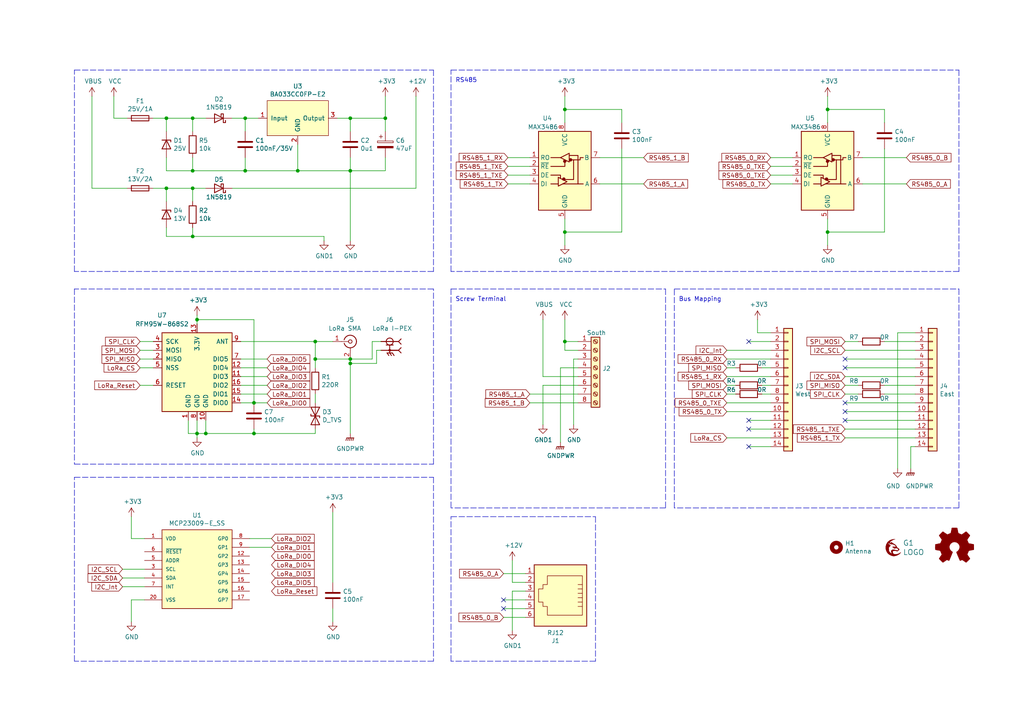
<source format=kicad_sch>
(kicad_sch (version 20211123) (generator eeschema)
  (paper "A4")
  (title_block (title "LoRa LMN Metering Module") (date "2022-02-09") (rev "2.0") (company "GrayC GmbH") (comment 1 "Fabian Schlegel") (comment 2 "5-24V Power Supply") (comment 3 "1x RS485, 1x LMN, 1x LoRa 868MHz") (comment 4 "LoRa LMN Metering Module for Smart Meters"))
  (lib_symbols
    (symbol "BA033CC0FP-E2:BA033CC0FP-E2" (pin_names (offset 1.016))
      (property "Reference" "U" (at 0 8.89 0))
      (property "Value" "BA033CC0FP-E2" (at 0 6.35 0))
      (symbol "BA033CC0FP-E2_1_1"
        (pin power_in line (at -11.43 0 0) (length 2.54) (name "Input") (number "1"))
        (pin power_in line (at 0 -7.62 90) (length 2.54) (name "GND") (number "2"))
        (pin power_out line (at 11.43 0 180) (length 2.54) (name "Output") (number "3"))
      )
    )
    (symbol "Connector:Conn_Coaxial" (pin_names (offset 1.016) hide)
      (property "Reference" "J" (at 0.254 3.048 0))
      (property "Value" "Conn_Coaxial" (at 2.921 0 90))
      (symbol "Conn_Coaxial_1_1"
        (pin passive line (at -5.08 0 0) (length 2.54) (name "In") (number "1"))
        (pin passive line (at 0 -5.08 90) (length 2.54) (name "Ext") (number "2"))
      )
    )
    (symbol "Connector:RJ12" (pin_names (offset 1.016))
      (property "Reference" "J" (at -5.08 11.43 0))
      (property "Value" "RJ12" (at 2.54 11.43 0))
      (symbol "RJ12_1_1"
        (pin passive line (at 10.16 -5.08 180) (length 2.54) (name "~") (number "1"))
        (pin passive line (at 10.16 -2.54 180) (length 2.54) (name "~") (number "2"))
        (pin passive line (at 10.16 0 180) (length 2.54) (name "~") (number "3"))
        (pin passive line (at 10.16 2.54 180) (length 2.54) (name "~") (number "4"))
        (pin passive line (at 10.16 5.08 180) (length 2.54) (name "~") (number "5"))
        (pin passive line (at 10.16 7.62 180) (length 2.54) (name "~") (number "6"))
      )
    )
    (symbol "Connector:Screw_Terminal_01x08" (pin_names (offset 1.016) hide)
      (property "Reference" "J" (at 0 10.16 0))
      (property "Value" "Screw_Terminal_01x08" (at 0 -12.7 0))
      (symbol "Screw_Terminal_01x08_1_1"
        (pin passive line (at -5.08 7.62 0) (length 3.81) (name "Pin_1") (number "1"))
        (pin passive line (at -5.08 5.08 0) (length 3.81) (name "Pin_2") (number "2"))
        (pin passive line (at -5.08 2.54 0) (length 3.81) (name "Pin_3") (number "3"))
        (pin passive line (at -5.08 0 0) (length 3.81) (name "Pin_4") (number "4"))
        (pin passive line (at -5.08 -2.54 0) (length 3.81) (name "Pin_5") (number "5"))
        (pin passive line (at -5.08 -5.08 0) (length 3.81) (name "Pin_6") (number "6"))
        (pin passive line (at -5.08 -7.62 0) (length 3.81) (name "Pin_7") (number "7"))
        (pin passive line (at -5.08 -10.16 0) (length 3.81) (name "Pin_8") (number "8"))
      )
    )
    (symbol "Connector_Generic:Conn_01x14" (pin_names (offset 1.016) hide)
      (property "Reference" "J" (at 0 17.78 0))
      (property "Value" "Conn_01x14" (at 0 -20.32 0))
      (symbol "Conn_01x14_1_1"
        (pin passive line (at -5.08 15.24 0) (length 3.81) (name "Pin_1") (number "1"))
        (pin passive line (at -5.08 -7.62 0) (length 3.81) (name "Pin_10") (number "10"))
        (pin passive line (at -5.08 -10.16 0) (length 3.81) (name "Pin_11") (number "11"))
        (pin passive line (at -5.08 -12.7 0) (length 3.81) (name "Pin_12") (number "12"))
        (pin passive line (at -5.08 -15.24 0) (length 3.81) (name "Pin_13") (number "13"))
        (pin passive line (at -5.08 -17.78 0) (length 3.81) (name "Pin_14") (number "14"))
        (pin passive line (at -5.08 12.7 0) (length 3.81) (name "Pin_2") (number "2"))
        (pin passive line (at -5.08 10.16 0) (length 3.81) (name "Pin_3") (number "3"))
        (pin passive line (at -5.08 7.62 0) (length 3.81) (name "Pin_4") (number "4"))
        (pin passive line (at -5.08 5.08 0) (length 3.81) (name "Pin_5") (number "5"))
        (pin passive line (at -5.08 2.54 0) (length 3.81) (name "Pin_6") (number "6"))
        (pin passive line (at -5.08 0 0) (length 3.81) (name "Pin_7") (number "7"))
        (pin passive line (at -5.08 -2.54 0) (length 3.81) (name "Pin_8") (number "8"))
        (pin passive line (at -5.08 -5.08 0) (length 3.81) (name "Pin_9") (number "9"))
      )
    )
    (symbol "Device:C" (pin_numbers hide) (pin_names (offset 0.254))
      (property "Reference" "C" (at 0.635 2.54 0))
      (property "Value" "C" (at 0.635 -2.54 0))
      (symbol "C_1_1"
        (pin passive line (at 0 3.81 270) (length 2.794) (name "~") (number "1"))
        (pin passive line (at 0 -3.81 90) (length 2.794) (name "~") (number "2"))
      )
    )
    (symbol "Device:CP" (pin_numbers hide) (pin_names (offset 0.254))
      (property "Reference" "C" (at 0.635 2.54 0))
      (property "Value" "Device_CP" (at 0.635 -2.54 0))
      (symbol "CP_1_1"
        (pin passive line (at 0 3.81 270) (length 2.794) (name "~") (number "1"))
        (pin passive line (at 0 -3.81 90) (length 2.794) (name "~") (number "2"))
      )
    )
    (symbol "Device:D_TVS" (pin_numbers hide) (pin_names (offset 1.016) hide)
      (property "Reference" "D" (at 0 2.54 0))
      (property "Value" "D_TVS" (at 0 -2.54 0))
      (symbol "D_TVS_1_1"
        (pin passive line (at -3.81 0 0) (length 2.54) (name "A1") (number "1"))
        (pin passive line (at 3.81 0 180) (length 2.54) (name "A2") (number "2"))
      )
    )
    (symbol "Device:D_Zener" (pin_numbers hide) (pin_names (offset 1.016) hide)
      (property "Reference" "D" (at 0 2.54 0))
      (property "Value" "D_Zener" (at 0 -2.54 0))
      (symbol "D_Zener_1_1"
        (pin passive line (at -3.81 0 0) (length 2.54) (name "K") (number "1"))
        (pin passive line (at 3.81 0 180) (length 2.54) (name "A") (number "2"))
      )
    )
    (symbol "Device:Fuse" (pin_numbers hide) (pin_names (offset 0))
      (property "Reference" "F" (at 2.032 0 90))
      (property "Value" "Fuse" (at -1.905 0 90))
      (symbol "Fuse_1_1"
        (pin passive line (at 0 3.81 270) (length 1.27) (name "~") (number "1"))
        (pin passive line (at 0 -3.81 90) (length 1.27) (name "~") (number "2"))
      )
    )
    (symbol "Device:R" (pin_numbers hide) (pin_names (offset 0))
      (property "Reference" "R" (at 2.032 0 90))
      (property "Value" "R" (at 0 0 90))
      (symbol "R_1_1"
        (pin passive line (at 0 3.81 270) (length 1.27) (name "~") (number "1"))
        (pin passive line (at 0 -3.81 90) (length 1.27) (name "~") (number "2"))
      )
    )
    (symbol "Diode:1N5819" (pin_numbers hide) (pin_names (offset 1.016) hide)
      (property "Reference" "D" (at 0 2.54 0))
      (property "Value" "1N5819" (at 0 -2.54 0))
      (symbol "1N5819_1_1"
        (pin passive line (at -3.81 0 0) (length 2.54) (name "K") (number "1"))
        (pin passive line (at 3.81 0 180) (length 2.54) (name "A") (number "2"))
      )
    )
    (symbol "Graphic:Logo_Open_Hardware_Small" (pin_names (offset 1.016)))
    (symbol "Interface_UART:MAX3486"
      (property "Reference" "U" (at -6.096 11.43 0))
      (property "Value" "MAX3486" (at 0.762 11.43 0))
      (symbol "MAX3486_1_1"
        (pin output line (at -10.16 2.54 0) (length 2.54) (name "RO") (number "1"))
        (pin input line (at -10.16 0 0) (length 2.54) (name "~{RE}") (number "2"))
        (pin input line (at -10.16 -2.54 0) (length 2.54) (name "DE") (number "3"))
        (pin input line (at -10.16 -5.08 0) (length 2.54) (name "DI") (number "4"))
        (pin power_in line (at 0 -15.24 90) (length 2.54) (name "GND") (number "5"))
        (pin bidirectional line (at 10.16 -5.08 180) (length 2.54) (name "A") (number "6"))
        (pin bidirectional line (at 10.16 2.54 180) (length 2.54) (name "B") (number "7"))
        (pin power_in line (at 0 12.7 270) (length 2.54) (name "VCC") (number "8"))
      )
    )
    (symbol "MCP23009-E_SS:MCP23009-E_SS" (pin_names (offset 1.016))
      (property "Reference" "U" (at -1.27 12.7 0))
      (property "Value" "MCP23009-E_SS" (at 0.9906 -7.62 90))
      (symbol "MCP23009-E_SS_0_0"
        (pin power_in line (at -15.24 8.89 0) (length 5.08) (name "VDD") (number "1"))
        (pin bidirectional line (at 15.24 3.81 180) (length 5.08) (name "GP2") (number "12"))
        (pin bidirectional line (at 15.24 1.27 180) (length 5.08) (name "GP3") (number "13"))
        (pin bidirectional line (at 15.24 -1.27 180) (length 5.08) (name "GP4") (number "14"))
        (pin bidirectional line (at 15.24 -3.81 180) (length 5.08) (name "GP5") (number "15"))
        (pin bidirectional line (at 15.24 -6.35 180) (length 5.08) (name "GP6") (number "16"))
        (pin bidirectional line (at 15.24 -8.89 180) (length 5.08) (name "GP7") (number "17"))
        (pin power_in line (at -15.24 -8.89 0) (length 5.08) (name "VSS") (number "20"))
        (pin input line (at -15.24 0 0) (length 5.08) (name "SCL") (number "3"))
        (pin bidirectional line (at -15.24 -2.54 0) (length 5.08) (name "SDA") (number "4"))
        (pin input line (at -15.24 2.54 0) (length 5.08) (name "ADDR") (number "5"))
        (pin input line (at -15.24 5.08 0) (length 5.08) (name "~{RESET}") (number "6"))
        (pin output line (at -15.24 -5.08 0) (length 5.08) (name "INT") (number "7"))
        (pin bidirectional line (at 15.24 8.89 180) (length 5.08) (name "GP0") (number "8"))
        (pin bidirectional line (at 15.24 6.35 180) (length 5.08) (name "GP1") (number "9"))
      )
    )
    (symbol "Mechanical:MountingHole" (pin_names (offset 1.016))
      (property "Reference" "H" (at 0 5.08 0))
      (property "Value" "MountingHole" (at 0 3.175 0))
    )
    (symbol "RF_Module:RFM95W-868S2" (pin_names (offset 1.016))
      (property "Reference" "U" (at -10.414 11.684 0))
      (property "Value" "RFM95W-868S2" (at 1.524 11.43 0))
      (symbol "RFM95W-868S2_1_1"
        (pin power_in line (at -2.54 -15.24 90) (length 2.54) (name "GND") (number "1"))
        (pin power_in line (at 2.54 -15.24 90) (length 2.54) (name "GND") (number "10"))
        (pin bidirectional line (at 12.7 -2.54 180) (length 2.54) (name "DIO3") (number "11"))
        (pin bidirectional line (at 12.7 0 180) (length 2.54) (name "DIO4") (number "12"))
        (pin power_in line (at 0 12.7 270) (length 2.54) (name "3.3V") (number "13"))
        (pin bidirectional line (at 12.7 -10.16 180) (length 2.54) (name "DIO0") (number "14"))
        (pin bidirectional line (at 12.7 -7.62 180) (length 2.54) (name "DIO1") (number "15"))
        (pin bidirectional line (at 12.7 -5.08 180) (length 2.54) (name "DIO2") (number "16"))
        (pin output line (at -12.7 2.54 0) (length 2.54) (name "MISO") (number "2"))
        (pin input line (at -12.7 5.08 0) (length 2.54) (name "MOSI") (number "3"))
        (pin input line (at -12.7 7.62 0) (length 2.54) (name "SCK") (number "4"))
        (pin input line (at -12.7 0 0) (length 2.54) (name "NSS") (number "5"))
        (pin bidirectional line (at -12.7 -5.08 0) (length 2.54) (name "RESET") (number "6"))
        (pin bidirectional line (at 12.7 2.54 180) (length 2.54) (name "DIO5") (number "7"))
        (pin power_in line (at 0 -15.24 90) (length 2.54) (name "GND") (number "8"))
        (pin bidirectional line (at 12.7 7.62 180) (length 2.54) (name "ANT") (number "9"))
      )
    )
    (symbol "RSP-122811-01:RSP-122811-01" (pin_numbers hide) (pin_names (offset 1.016) hide)
      (property "Reference" "J" (at -3.81 4.064 0))
      (property "Value" "RSP-122811-01" (at -4.064 -4.318 0))
      (symbol "RSP-122811-01_0_0"
        (pin passive line (at 2.54 2.54 180) (length 5.08) (name "~") (number "1"))
        (pin passive line (at 2.54 0 180) (length 5.08) (name "~") (number "G1"))
        (pin passive line (at 2.54 0 180) (length 5.08) (name "~") (number "G2"))
      )
    )
    (symbol "grayc-logo-negative:LOGO" (pin_names (offset 1.016)))
    (symbol "power:+12V" (power) (pin_names (offset 0))
      (property "Value" "+12V" (at 0 3.556 0))
      (symbol "+12V_1_1"
        (pin power_in line (at 0 0 90) (length 0) hide (name "+12V") (number "1"))
      )
    )
    (symbol "power:+3V3" (power) (pin_names (offset 0))
      (property "Value" "+3V3" (at 0 3.556 0))
      (symbol "+3V3_1_1"
        (pin power_in line (at 0 0 90) (length 0) hide (name "+3V3") (number "1"))
      )
    )
    (symbol "power:GND" (power) (pin_names (offset 0))
      (property "Value" "GND" (at 0 -3.81 0))
      (symbol "GND_1_1"
        (pin power_in line (at 0 0 270) (length 0) hide (name "GND") (number "1"))
      )
    )
    (symbol "power:GND1" (power) (pin_names (offset 0))
      (property "Value" "GND1" (at 0 -3.81 0))
      (symbol "GND1_1_1"
        (pin power_in line (at 0 0 270) (length 0) hide (name "GND1") (number "1"))
      )
    )
    (symbol "power:GNDPWR" (power) (pin_names (offset 0))
      (property "Value" "GNDPWR" (at 0 -3.302 0))
      (symbol "GNDPWR_1_1"
        (pin power_in line (at 0 0 270) (length 0) hide (name "GNDPWR") (number "1"))
      )
    )
    (symbol "power:VBUS" (power) (pin_names (offset 0))
      (property "Value" "VBUS" (at 0 3.81 0))
      (symbol "VBUS_1_1"
        (pin power_in line (at 0 0 90) (length 0) hide (name "VBUS") (number "1"))
      )
    )
    (symbol "power:VCC" (power) (pin_names (offset 0))
      (property "Value" "VCC" (at 0 3.81 0))
      (symbol "VCC_1_1"
        (pin power_in line (at 0 0 90) (length 0) hide (name "VCC") (number "1"))
      )
    )
  )
  (junction (at 240.03 31.75))
  (junction (at 73.66 116.84))
  (junction (at 48.26 34.29))
  (junction (at 57.15 125.73))
  (junction (at 240.03 67.31))
  (junction (at 101.6 104.14))
  (junction (at 57.15 92.71))
  (junction (at 91.44 104.14))
  (junction (at 48.26 54.61))
  (junction (at 163.83 99.06))
  (junction (at 91.44 99.06))
  (junction (at 55.88 49.53))
  (junction (at 55.88 34.29))
  (junction (at 59.69 125.73))
  (junction (at 101.6 49.53))
  (junction (at 71.12 34.29))
  (junction (at 55.88 68.58))
  (junction (at 163.83 67.31))
  (junction (at 55.88 54.61))
  (junction (at 163.83 31.75))
  (junction (at 73.66 125.73))
  (junction (at 86.36 49.53))
  (junction (at 71.12 49.53))
  (junction (at 101.6 105.41))
  (junction (at 111.76 34.29))
  (junction (at 101.6 34.29))
  (no_connect (at 217.17 124.46))
  (no_connect (at 217.17 121.92))
  (no_connect (at 245.11 119.38))
  (no_connect (at 245.11 106.68))
  (no_connect (at 245.11 116.84))
  (no_connect (at 217.17 99.06))
  (no_connect (at 146.05 173.99))
  (no_connect (at 146.05 176.53))
  (no_connect (at 245.11 104.14))
  (no_connect (at 217.17 129.54))
  (no_connect (at 245.11 121.92))
  (wire (pts (xy 256.54 67.31) (xy 256.54 43.18)))
  (wire (pts (xy 240.03 67.31) (xy 256.54 67.31)))
  (wire (pts (xy 55.88 54.61) (xy 59.69 54.61)))
  (wire (pts (xy 210.82 106.68) (xy 213.36 106.68)))
  (wire (pts (xy 157.48 111.76) (xy 157.48 123.19)))
  (wire (pts (xy 256.54 111.76) (xy 265.43 111.76)))
  (wire (pts (xy 245.11 121.92) (xy 265.43 121.92)))
  (wire (pts (xy 146.05 176.53) (xy 152.4 176.53)))
  (wire (pts (xy 97.79 34.29) (xy 101.6 34.29)))
  (polyline (pts (xy 125.73 83.82) (xy 21.59 83.82)))
  (wire (pts (xy 157.48 111.76) (xy 167.64 111.76)))
  (polyline (pts (xy 21.59 83.82) (xy 21.59 134.62)))
  (polyline (pts (xy 125.73 191.77) (xy 21.59 191.77)))
  (wire (pts (xy 77.47 104.14) (xy 69.85 104.14)))
  (wire (pts (xy 245.11 101.6) (xy 265.43 101.6)))
  (wire (pts (xy 111.76 34.29) (xy 111.76 38.1)))
  (wire (pts (xy 38.1 173.99) (xy 41.91 173.99)))
  (wire (pts (xy 71.12 34.29) (xy 74.93 34.29)))
  (wire (pts (xy 101.6 34.29) (xy 111.76 34.29)))
  (wire (pts (xy 210.82 101.6) (xy 223.52 101.6)))
  (wire (pts (xy 148.59 168.91) (xy 148.59 162.56)))
  (wire (pts (xy 245.11 111.76) (xy 248.92 111.76)))
  (wire (pts (xy 57.15 91.44) (xy 57.15 92.71)))
  (polyline (pts (xy 130.81 83.82) (xy 193.04 83.82)))
  (wire (pts (xy 217.17 129.54) (xy 223.52 129.54)))
  (wire (pts (xy 96.52 148.59) (xy 96.52 168.91)))
  (wire (pts (xy 38.1 180.34) (xy 38.1 173.99)))
  (wire (pts (xy 245.11 116.84) (xy 265.43 116.84)))
  (wire (pts (xy 167.64 106.68) (xy 162.56 106.68)))
  (wire (pts (xy 109.22 105.41) (xy 101.6 105.41)))
  (wire (pts (xy 77.47 114.3) (xy 69.85 114.3)))
  (polyline (pts (xy 21.59 134.62) (xy 125.73 134.62)))
  (wire (pts (xy 217.17 99.06) (xy 223.52 99.06)))
  (wire (pts (xy 91.44 125.73) (xy 91.44 124.46)))
  (polyline (pts (xy 278.13 78.74) (xy 130.81 78.74)))
  (wire (pts (xy 107.95 99.06) (xy 110.49 99.06)))
  (wire (pts (xy 57.15 92.71) (xy 57.15 93.98)))
  (wire (pts (xy 146.05 166.37) (xy 152.4 166.37)))
  (wire (pts (xy 59.69 121.92) (xy 59.69 125.73)))
  (wire (pts (xy 163.83 63.5) (xy 163.83 67.31)))
  (wire (pts (xy 101.6 105.41) (xy 101.6 125.73)))
  (wire (pts (xy 265.43 96.52) (xy 260.35 96.52)))
  (polyline (pts (xy 125.73 20.32) (xy 125.73 78.74)))
  (wire (pts (xy 180.34 67.31) (xy 180.34 43.18)))
  (wire (pts (xy 219.71 96.52) (xy 223.52 96.52)))
  (wire (pts (xy 91.44 114.3) (xy 91.44 116.84)))
  (wire (pts (xy 220.98 111.76) (xy 223.52 111.76)))
  (polyline (pts (xy 21.59 191.77) (xy 21.59 138.43)))
  (wire (pts (xy 57.15 127) (xy 57.15 125.73)))
  (wire (pts (xy 101.6 104.14) (xy 101.6 105.41)))
  (wire (pts (xy 223.52 50.8) (xy 229.87 50.8)))
  (wire (pts (xy 256.54 31.75) (xy 240.03 31.75)))
  (wire (pts (xy 107.95 104.14) (xy 107.95 99.06)))
  (wire (pts (xy 163.83 101.6) (xy 167.64 101.6)))
  (wire (pts (xy 264.16 129.54) (xy 264.16 135.89)))
  (polyline (pts (xy 172.72 191.77) (xy 130.81 191.77)))
  (wire (pts (xy 44.45 111.76) (xy 40.64 111.76)))
  (wire (pts (xy 72.39 158.75) (xy 78.74 158.75)))
  (wire (pts (xy 262.89 53.34) (xy 250.19 53.34)))
  (wire (pts (xy 93.98 68.58) (xy 93.98 69.85)))
  (wire (pts (xy 210.82 111.76) (xy 213.36 111.76)))
  (wire (pts (xy 44.45 34.29) (xy 48.26 34.29)))
  (wire (pts (xy 48.26 38.1) (xy 48.26 34.29)))
  (wire (pts (xy 91.44 99.06) (xy 91.44 104.14)))
  (polyline (pts (xy 21.59 138.43) (xy 125.73 138.43)))
  (wire (pts (xy 245.11 106.68) (xy 265.43 106.68)))
  (wire (pts (xy 55.88 34.29) (xy 59.69 34.29)))
  (wire (pts (xy 101.6 104.14) (xy 107.95 104.14)))
  (wire (pts (xy 33.02 34.29) (xy 36.83 34.29)))
  (wire (pts (xy 77.47 109.22) (xy 69.85 109.22)))
  (wire (pts (xy 38.1 149.86) (xy 38.1 156.21)))
  (wire (pts (xy 153.67 114.3) (xy 167.64 114.3)))
  (wire (pts (xy 67.31 54.61) (xy 120.65 54.61)))
  (wire (pts (xy 110.49 101.6) (xy 109.22 101.6)))
  (wire (pts (xy 40.64 99.06) (xy 44.45 99.06)))
  (wire (pts (xy 256.54 114.3) (xy 265.43 114.3)))
  (wire (pts (xy 54.61 121.92) (xy 54.61 125.73)))
  (wire (pts (xy 96.52 176.53) (xy 96.52 180.34)))
  (wire (pts (xy 153.67 48.26) (xy 147.32 48.26)))
  (wire (pts (xy 147.32 50.8) (xy 153.67 50.8)))
  (wire (pts (xy 163.83 101.6) (xy 163.83 99.06)))
  (wire (pts (xy 57.15 92.71) (xy 73.66 92.71)))
  (wire (pts (xy 146.05 179.07) (xy 152.4 179.07)))
  (wire (pts (xy 157.48 109.22) (xy 157.48 92.71)))
  (wire (pts (xy 166.37 123.19) (xy 166.37 104.14)))
  (wire (pts (xy 72.39 156.21) (xy 78.74 156.21)))
  (wire (pts (xy 73.66 125.73) (xy 59.69 125.73)))
  (wire (pts (xy 55.88 45.72) (xy 55.88 49.53)))
  (wire (pts (xy 240.03 27.94) (xy 240.03 31.75)))
  (polyline (pts (xy 193.04 147.32) (xy 130.81 147.32)))
  (polyline (pts (xy 130.81 149.86) (xy 172.72 149.86)))
  (wire (pts (xy 157.48 109.22) (xy 167.64 109.22)))
  (wire (pts (xy 101.6 49.53) (xy 101.6 69.85)))
  (polyline (pts (xy 125.73 78.74) (xy 21.59 78.74)))
  (wire (pts (xy 77.47 106.68) (xy 69.85 106.68)))
  (wire (pts (xy 48.26 49.53) (xy 55.88 49.53)))
  (polyline (pts (xy 278.13 20.32) (xy 278.13 78.74)))
  (wire (pts (xy 91.44 99.06) (xy 96.52 99.06)))
  (wire (pts (xy 101.6 38.1) (xy 101.6 34.29)))
  (wire (pts (xy 55.88 54.61) (xy 55.88 58.42)))
  (wire (pts (xy 245.11 119.38) (xy 265.43 119.38)))
  (wire (pts (xy 57.15 125.73) (xy 57.15 121.92)))
  (wire (pts (xy 86.36 41.91) (xy 86.36 49.53)))
  (wire (pts (xy 180.34 31.75) (xy 163.83 31.75)))
  (wire (pts (xy 163.83 27.94) (xy 163.83 31.75)))
  (wire (pts (xy 67.31 34.29) (xy 71.12 34.29)))
  (polyline (pts (xy 21.59 78.74) (xy 21.59 20.32)))
  (wire (pts (xy 210.82 119.38) (xy 223.52 119.38)))
  (wire (pts (xy 111.76 49.53) (xy 111.76 45.72)))
  (wire (pts (xy 71.12 34.29) (xy 71.12 38.1)))
  (wire (pts (xy 26.67 54.61) (xy 36.83 54.61)))
  (wire (pts (xy 101.6 49.53) (xy 101.6 45.72)))
  (wire (pts (xy 256.54 35.56) (xy 256.54 31.75)))
  (wire (pts (xy 152.4 168.91) (xy 148.59 168.91)))
  (wire (pts (xy 223.52 53.34) (xy 229.87 53.34)))
  (wire (pts (xy 250.19 45.72) (xy 262.89 45.72)))
  (wire (pts (xy 210.82 109.22) (xy 223.52 109.22)))
  (wire (pts (xy 38.1 156.21) (xy 41.91 156.21)))
  (polyline (pts (xy 278.13 147.32) (xy 195.58 147.32)))
  (polyline (pts (xy 21.59 20.32) (xy 125.73 20.32)))
  (wire (pts (xy 73.66 116.84) (xy 73.66 92.71)))
  (wire (pts (xy 219.71 92.71) (xy 219.71 96.52)))
  (wire (pts (xy 223.52 45.72) (xy 229.87 45.72)))
  (polyline (pts (xy 125.73 134.62) (xy 125.73 83.82)))
  (wire (pts (xy 163.83 92.71) (xy 163.83 99.06)))
  (wire (pts (xy 44.45 54.61) (xy 48.26 54.61)))
  (wire (pts (xy 245.11 114.3) (xy 248.92 114.3)))
  (wire (pts (xy 148.59 171.45) (xy 152.4 171.45)))
  (wire (pts (xy 229.87 48.26) (xy 223.52 48.26)))
  (wire (pts (xy 26.67 27.94) (xy 26.67 54.61)))
  (polyline (pts (xy 130.81 20.32) (xy 278.13 20.32)))
  (wire (pts (xy 148.59 171.45) (xy 148.59 182.88)))
  (polyline (pts (xy 278.13 83.82) (xy 278.13 147.32)))
  (wire (pts (xy 146.05 173.99) (xy 152.4 173.99)))
  (wire (pts (xy 86.36 49.53) (xy 101.6 49.53)))
  (wire (pts (xy 73.66 116.84) (xy 77.47 116.84)))
  (polyline (pts (xy 195.58 83.82) (xy 278.13 83.82)))
  (wire (pts (xy 35.56 167.64) (xy 41.91 167.64)))
  (wire (pts (xy 240.03 67.31) (xy 240.03 71.12)))
  (polyline (pts (xy 193.04 83.82) (xy 193.04 147.32)))
  (wire (pts (xy 91.44 104.14) (xy 101.6 104.14)))
  (polyline (pts (xy 130.81 83.82) (xy 130.81 147.32)))
  (polyline (pts (xy 130.81 78.74) (xy 130.81 20.32)))
  (wire (pts (xy 73.66 124.46) (xy 73.66 125.73)))
  (wire (pts (xy 163.83 67.31) (xy 180.34 67.31)))
  (wire (pts (xy 240.03 63.5) (xy 240.03 67.31)))
  (wire (pts (xy 210.82 116.84) (xy 223.52 116.84)))
  (wire (pts (xy 69.85 99.06) (xy 91.44 99.06)))
  (wire (pts (xy 91.44 104.14) (xy 91.44 106.68)))
  (wire (pts (xy 245.11 99.06) (xy 248.92 99.06)))
  (wire (pts (xy 220.98 106.68) (xy 223.52 106.68)))
  (wire (pts (xy 35.56 170.18) (xy 41.91 170.18)))
  (wire (pts (xy 173.99 45.72) (xy 186.69 45.72)))
  (wire (pts (xy 217.17 124.46) (xy 223.52 124.46)))
  (wire (pts (xy 186.69 53.34) (xy 173.99 53.34)))
  (wire (pts (xy 77.47 111.76) (xy 69.85 111.76)))
  (wire (pts (xy 240.03 31.75) (xy 240.03 35.56)))
  (wire (pts (xy 245.11 124.46) (xy 265.43 124.46)))
  (wire (pts (xy 162.56 106.68) (xy 162.56 128.27)))
  (wire (pts (xy 48.26 34.29) (xy 55.88 34.29)))
  (wire (pts (xy 163.83 99.06) (xy 167.64 99.06)))
  (wire (pts (xy 48.26 54.61) (xy 55.88 54.61)))
  (wire (pts (xy 48.26 45.72) (xy 48.26 49.53)))
  (wire (pts (xy 40.64 104.14) (xy 44.45 104.14)))
  (wire (pts (xy 210.82 114.3) (xy 213.36 114.3)))
  (wire (pts (xy 71.12 45.72) (xy 71.12 49.53)))
  (wire (pts (xy 48.26 68.58) (xy 55.88 68.58)))
  (wire (pts (xy 109.22 101.6) (xy 109.22 105.41)))
  (wire (pts (xy 40.64 106.68) (xy 44.45 106.68)))
  (polyline (pts (xy 195.58 147.32) (xy 195.58 83.82)))
  (wire (pts (xy 147.32 53.34) (xy 153.67 53.34)))
  (wire (pts (xy 245.11 109.22) (xy 265.43 109.22)))
  (wire (pts (xy 210.82 127) (xy 223.52 127)))
  (wire (pts (xy 210.82 104.14) (xy 223.52 104.14)))
  (wire (pts (xy 55.88 49.53) (xy 71.12 49.53)))
  (polyline (pts (xy 172.72 149.86) (xy 172.72 191.77)))
  (wire (pts (xy 54.61 125.73) (xy 57.15 125.73)))
  (wire (pts (xy 180.34 35.56) (xy 180.34 31.75)))
  (wire (pts (xy 260.35 96.52) (xy 260.35 135.89)))
  (wire (pts (xy 55.88 66.04) (xy 55.88 68.58)))
  (wire (pts (xy 163.83 67.31) (xy 163.83 71.12)))
  (wire (pts (xy 48.26 66.04) (xy 48.26 68.58)))
  (wire (pts (xy 120.65 54.61) (xy 120.65 27.94)))
  (wire (pts (xy 220.98 114.3) (xy 223.52 114.3)))
  (wire (pts (xy 153.67 116.84) (xy 167.64 116.84)))
  (wire (pts (xy 73.66 125.73) (xy 91.44 125.73)))
  (wire (pts (xy 245.11 127) (xy 265.43 127)))
  (wire (pts (xy 245.11 104.14) (xy 265.43 104.14)))
  (wire (pts (xy 48.26 58.42) (xy 48.26 54.61)))
  (wire (pts (xy 147.32 45.72) (xy 153.67 45.72)))
  (wire (pts (xy 166.37 104.14) (xy 167.64 104.14)))
  (polyline (pts (xy 125.73 138.43) (xy 125.73 191.77)))
  (wire (pts (xy 69.85 116.84) (xy 73.66 116.84)))
  (wire (pts (xy 111.76 34.29) (xy 111.76 27.94)))
  (wire (pts (xy 55.88 68.58) (xy 93.98 68.58)))
  (wire (pts (xy 71.12 49.53) (xy 86.36 49.53)))
  (wire (pts (xy 59.69 125.73) (xy 57.15 125.73)))
  (wire (pts (xy 101.6 49.53) (xy 111.76 49.53)))
  (wire (pts (xy 256.54 99.06) (xy 265.43 99.06)))
  (wire (pts (xy 55.88 34.29) (xy 55.88 38.1)))
  (wire (pts (xy 217.17 121.92) (xy 223.52 121.92)))
  (wire (pts (xy 163.83 31.75) (xy 163.83 35.56)))
  (wire (pts (xy 33.02 27.94) (xy 33.02 34.29)))
  (wire (pts (xy 265.43 129.54) (xy 264.16 129.54)))
  (wire (pts (xy 35.56 165.1) (xy 41.91 165.1)))
  (polyline (pts (xy 130.81 191.77) (xy 130.81 149.86)))
  (wire (pts (xy 40.64 101.6) (xy 44.45 101.6)))
  (text "RS485" (at 132.08 24.13 0) (effects (font (size 1.27 1.27)) (justify left bottom)))
  (text "Bus Mapping" (at 196.85 87.63 0) (effects (font (size 1.27 1.27)) (justify left bottom)))
  (text "Screw Terminal" (at 132.08 87.63 0) (effects (font (size 1.27 1.27)) (justify left bottom)))
  (global_label "RS485_1_A" (shape input) (at 186.69 53.34 0) (property "Intersheet References" "${INTERSHEET_REFS}" (effects hide)))
  (global_label "RS485_0_TXE" (shape input) (at 223.52 50.8 180) (property "Intersheet References" "${INTERSHEET_REFS}" (effects hide)))
  (global_label "LoRa_DIO0" (shape input) (at 78.74 161.29 0) (property "Intersheet References" "${INTERSHEET_REFS}" (effects hide)))
  (global_label "LoRa_DIO3" (shape input) (at 77.47 109.22 0) (property "Intersheet References" "${INTERSHEET_REFS}" (effects hide)))
  (global_label "RS485_1_RX" (shape input) (at 210.82 109.22 180) (property "Intersheet References" "${INTERSHEET_REFS}" (effects hide)))
  (global_label "RS485_0_RX" (shape input) (at 223.52 45.72 180) (property "Intersheet References" "${INTERSHEET_REFS}" (effects hide)))
  (global_label "RS485_0_TX" (shape input) (at 223.52 53.34 180) (property "Intersheet References" "${INTERSHEET_REFS}" (effects hide)))
  (global_label "LoRa_DIO5" (shape input) (at 77.47 104.14 0) (property "Intersheet References" "${INTERSHEET_REFS}" (effects hide)))
  (global_label "LoRa_DIO2" (shape input) (at 77.47 111.76 0) (property "Intersheet References" "${INTERSHEET_REFS}" (effects hide)))
  (global_label "RS485_0_A" (shape input) (at 262.89 53.34 0) (property "Intersheet References" "${INTERSHEET_REFS}" (effects hide)))
  (global_label "RS485_1_B" (shape input) (at 153.67 116.84 180) (property "Intersheet References" "${INTERSHEET_REFS}" (effects hide)))
  (global_label "RS485_1_A" (shape input) (at 153.67 114.3 180) (property "Intersheet References" "${INTERSHEET_REFS}" (effects hide)))
  (global_label "I2C_SCL" (shape input) (at 245.11 101.6 180) (property "Intersheet References" "${INTERSHEET_REFS}" (effects hide)))
  (global_label "LoRa_DIO0" (shape input) (at 77.47 116.84 0) (property "Intersheet References" "${INTERSHEET_REFS}" (effects hide)))
  (global_label "SPI_MISO" (shape input) (at 245.11 111.76 180) (property "Intersheet References" "${INTERSHEET_REFS}" (effects hide)))
  (global_label "SPI_MISO" (shape input) (at 40.64 104.14 180) (property "Intersheet References" "${INTERSHEET_REFS}" (effects hide)))
  (global_label "SPI_MOSI" (shape input) (at 245.11 99.06 180) (property "Intersheet References" "${INTERSHEET_REFS}" (effects hide)))
  (global_label "RS485_1_TXE" (shape input) (at 147.32 48.26 180) (property "Intersheet References" "${INTERSHEET_REFS}" (effects hide)))
  (global_label "I2C_SDA" (shape input) (at 35.56 167.64 180) (property "Intersheet References" "${INTERSHEET_REFS}" (effects hide)))
  (global_label "I2C_Int" (shape input) (at 35.56 170.18 180) (property "Intersheet References" "${INTERSHEET_REFS}" (effects hide)))
  (global_label "I2C_SCL" (shape input) (at 35.56 165.1 180) (property "Intersheet References" "${INTERSHEET_REFS}" (effects hide)))
  (global_label "LoRa_DIO1" (shape input) (at 77.47 114.3 0) (property "Intersheet References" "${INTERSHEET_REFS}" (effects hide)))
  (global_label "SPI_CLK" (shape input) (at 245.11 114.3 180) (property "Intersheet References" "${INTERSHEET_REFS}" (effects hide)))
  (global_label "LoRa_CS" (shape input) (at 40.64 106.68 180) (property "Intersheet References" "${INTERSHEET_REFS}" (effects hide)))
  (global_label "SPI_MOSI" (shape input) (at 40.64 101.6 180) (property "Intersheet References" "${INTERSHEET_REFS}" (effects hide)))
  (global_label "SPI_CLK" (shape input) (at 210.82 114.3 180) (property "Intersheet References" "${INTERSHEET_REFS}" (effects hide)))
  (global_label "I2C_Int" (shape input) (at 210.82 101.6 180) (property "Intersheet References" "${INTERSHEET_REFS}" (effects hide)))
  (global_label "LoRa_Reset" (shape input) (at 40.64 111.76 180) (property "Intersheet References" "${INTERSHEET_REFS}" (effects hide)))
  (global_label "LoRa_DIO1" (shape input) (at 78.74 158.75 0) (property "Intersheet References" "${INTERSHEET_REFS}" (effects hide)))
  (global_label "LoRa_DIO4" (shape input) (at 78.74 163.83 0) (property "Intersheet References" "${INTERSHEET_REFS}" (effects hide)))
  (global_label "RS485_0_TX" (shape input) (at 210.82 119.38 180) (property "Intersheet References" "${INTERSHEET_REFS}" (effects hide)))
  (global_label "LoRa_Reset" (shape input) (at 78.74 171.45 0) (property "Intersheet References" "${INTERSHEET_REFS}" (effects hide)))
  (global_label "SPI_CLK" (shape input) (at 40.64 99.06 180) (property "Intersheet References" "${INTERSHEET_REFS}" (effects hide)))
  (global_label "RS485_1_RX" (shape input) (at 147.32 45.72 180) (property "Intersheet References" "${INTERSHEET_REFS}" (effects hide)))
  (global_label "RS485_0_TXE" (shape input) (at 223.52 48.26 180) (property "Intersheet References" "${INTERSHEET_REFS}" (effects hide)))
  (global_label "RS485_0_RX" (shape input) (at 210.82 104.14 180) (property "Intersheet References" "${INTERSHEET_REFS}" (effects hide)))
  (global_label "LoRa_DIO4" (shape input) (at 77.47 106.68 0) (property "Intersheet References" "${INTERSHEET_REFS}" (effects hide)))
  (global_label "I2C_SDA" (shape input) (at 245.11 109.22 180) (property "Intersheet References" "${INTERSHEET_REFS}" (effects hide)))
  (global_label "LoRa_CS" (shape input) (at 210.82 127 180) (property "Intersheet References" "${INTERSHEET_REFS}" (effects hide)))
  (global_label "RS485_0_A" (shape input) (at 146.05 166.37 180) (property "Intersheet References" "${INTERSHEET_REFS}" (effects hide)))
  (global_label "RS485_1_TXE" (shape input) (at 245.11 124.46 180) (property "Intersheet References" "${INTERSHEET_REFS}" (effects hide)))
  (global_label "LoRa_DIO3" (shape input) (at 78.74 166.37 0) (property "Intersheet References" "${INTERSHEET_REFS}" (effects hide)))
  (global_label "RS485_1_B" (shape input) (at 186.69 45.72 0) (property "Intersheet References" "${INTERSHEET_REFS}" (effects hide)))
  (global_label "RS485_0_B" (shape input) (at 262.89 45.72 0) (property "Intersheet References" "${INTERSHEET_REFS}" (effects hide)))
  (global_label "RS485_1_TX" (shape input) (at 245.11 127 180) (property "Intersheet References" "${INTERSHEET_REFS}" (effects hide)))
  (global_label "SPI_MISO" (shape input) (at 210.82 106.68 180) (property "Intersheet References" "${INTERSHEET_REFS}" (effects hide)))
  (global_label "LoRa_DIO2" (shape input) (at 78.74 156.21 0) (property "Intersheet References" "${INTERSHEET_REFS}" (effects hide)))
  (global_label "LoRa_DIO5" (shape input) (at 78.74 168.91 0) (property "Intersheet References" "${INTERSHEET_REFS}" (effects hide)))
  (global_label "RS485_0_B" (shape input) (at 146.05 179.07 180) (property "Intersheet References" "${INTERSHEET_REFS}" (effects hide)))
  (global_label "RS485_1_TXE" (shape input) (at 147.32 50.8 180) (property "Intersheet References" "${INTERSHEET_REFS}" (effects hide)))
  (global_label "RS485_0_TXE" (shape input) (at 210.82 116.84 180) (property "Intersheet References" "${INTERSHEET_REFS}" (effects hide)))
  (global_label "RS485_1_TX" (shape input) (at 147.32 53.34 180) (property "Intersheet References" "${INTERSHEET_REFS}" (effects hide)))
  (global_label "SPI_MOSI" (shape input) (at 210.82 111.76 180) (property "Intersheet References" "${INTERSHEET_REFS}" (effects hide)))
  (symbol (lib_id "Interface_UART:MAX3486") (at 163.83 48.26 0) (unit 1)
    (property "Reference" "U4" (at 158.75 34.29 0))
    (property "Value" "MAX3486" (at 157.48 36.83 0))
    (property "Footprint" "Package_SO:SOIC-8_3.9x4.9mm_P1.27mm" (effects hide))
    (property "Datasheet" "https://datasheets.maximintegrated.com/en/ds/MAX3483-MAX3491.pdf" (effects hide))
    (property "Price" "3.71" (effects hide))
    (property "Product" "https://www.mouser.de/ProductDetail/Maxim-Integrated/MAX3486ECSA%2b?qs=LHmEVA8xxfYujvexFFcA7w%3D%3D" (effects hide))
  )
  (symbol (lib_id "BA033CC0FP-E2:BA033CC0FP-E2") (at 86.36 34.29 0) (unit 1)
    (property "Reference" "U3" (at 86.36 25.019 0))
    (property "Value" "BA033CC0FP-E2" (at 86.36 27.3304 0))
    (property "Footprint" "Package_TO_SOT_SMD:TO-252-3_TabPin2" (effects hide))
    (property "Datasheet" "https://www.mouser.de/datasheet/2/348/baxxdd0-e-1873983.pdf" (effects hide))
    (property "Product" "https://www.mouser.de/ProductDetail/ROHM-Semiconductor/BA033CC0FP-E2" (effects hide))
    (property "Price" "0.97" (effects hide))
  )
  (symbol (lib_id "Device:Fuse") (at 40.64 34.29 270) (unit 1)
    (property "Reference" "F1" (at 40.64 29.2862 90))
    (property "Value" "25V/1A" (at 40.64 31.5976 90))
    (property "Footprint" "Fuse:Fuse_1206_3216Metric_Pad1.42x1.75mm_HandSolder" (effects hide))
    (property "Datasheet" "https://www.mouser.de/datasheet/2/54/Bourns_SF_1206HIA_M_datasheet-1892140.pdf" (effects hide))
    (property "Price" "0.93" (effects hide))
    (property "Product" "https://www.mouser.de/ProductDetail/Bourns/SF-1206HIA100M-2" (effects hide))
  )
  (symbol (lib_id "Diode:1N5819") (at 63.5 34.29 180) (unit 1)
    (property "Reference" "D2" (at 63.5 28.7782 0))
    (property "Value" "1N5819" (at 63.5 31.0896 0))
    (property "Footprint" "Diode_SMD:D_SOD-323_HandSoldering" (effects hide))
    (property "Datasheet" "https://www.mouser.de/datasheet/2/115/ds30217-71027.pdf" (effects hide))
    (property "Price" "0.25" (effects hide))
    (property "Product" "https://www.mouser.de/ProductDetail/Diodes-Incorporated/1N5819HW-7-F?qs=NQ47qNm99eDyWTEd07miYA%3D%3D" (effects hide))
  )
  (symbol (lib_id "Device:R") (at 55.88 41.91 0) (unit 1)
    (property "Reference" "R5" (at 57.658 40.7416 0) (effects (justify left)))
    (property "Value" "10k" (at 57.658 43.053 0) (effects (justify left)))
    (property "Footprint" "Resistor_SMD:R_1206_3216Metric_Pad1.30x1.75mm_HandSolder" (effects hide))
    (property "Datasheet" "https://www.mouser.de/datasheet/2/54/cr-1858361.pdf" (effects hide))
    (property "Price" "0.08" (effects hide))
    (property "Product" "https://www.mouser.de/ProductDetail/Bourns/CR1206-JW-103ELF" (effects hide))
  )
  (symbol (lib_id "Device:C") (at 71.12 41.91 0) (unit 1)
    (property "Reference" "C1" (at 74.041 40.7416 0) (effects (justify left)))
    (property "Value" "100nF/35V" (at 74.041 43.053 0) (effects (justify left)))
    (property "Footprint" "Capacitor_SMD:C_1206_3216Metric_Pad1.33x1.80mm_HandSolder" (effects hide))
    (property "Datasheet" "https://www.mouser.de/datasheet/2/212/KEM_C1002_X7R_SMD-1102033.pdf" (effects hide))
    (property "Product" "https://www.mouser.de/ProductDetail/KEMET/C1206C104M6RACTU?qs=F5EMLAvA7IBTviv6fCZN3A%3D%3D" (effects hide))
    (property "Price" "0.24" (effects hide))
  )
  (symbol (lib_id "Device:C") (at 101.6 41.91 0) (unit 1)
    (property "Reference" "C2" (at 104.521 40.7416 0) (effects (justify left)))
    (property "Value" "0u1" (at 104.521 43.053 0) (effects (justify left)))
    (property "Footprint" "Capacitor_SMD:C_1206_3216Metric_Pad1.33x1.80mm_HandSolder" (effects hide))
    (property "Datasheet" "https://www.mouser.de/datasheet/2/212/KEM_C1002_X7R_SMD-1102033.pdf" (effects hide))
    (property "Price" "0.24" (effects hide))
    (property "Product" "https://www.mouser.de/ProductDetail/KEMET/C1206C104M6RACTU?qs=F5EMLAvA7IBTviv6fCZN3A%3D%3D" (effects hide))
  )
  (symbol (lib_id "power:VCC") (at 33.02 27.94 0) (unit 1)
    (property "Reference" "#PWR0101" (effects hide))
    (property "Value" "VCC" (at 33.401 23.5458 0))
  )
  (symbol (lib_id "power:+3V3") (at 111.76 27.94 0) (unit 1)
    (property "Reference" "#PWR0102" (effects hide))
    (property "Value" "+3V3" (at 112.141 23.5458 0))
  )
  (symbol (lib_id "power:GND") (at 101.6 69.85 0) (unit 1)
    (property "Reference" "#PWR0105" (effects hide))
    (property "Value" "GND" (at 101.727 74.2442 0))
  )
  (symbol (lib_id "Device:C") (at 180.34 39.37 0) (unit 1)
    (property "Reference" "C3" (at 183.261 38.2016 0) (effects (justify left)))
    (property "Value" "100nF" (at 183.261 40.513 0) (effects (justify left)))
    (property "Footprint" "Capacitor_SMD:C_1206_3216Metric_Pad1.33x1.80mm_HandSolder" (effects hide))
    (property "Datasheet" "https://www.mouser.de/datasheet/2/212/KEM_C1002_X7R_SMD-1102033.pdf" (effects hide))
    (property "Price" "0.24" (effects hide))
    (property "Product" "https://www.mouser.de/ProductDetail/KEMET/C1206C104M6RACTU?qs=F5EMLAvA7IBTviv6fCZN3A%3D%3D" (effects hide))
  )
  (symbol (lib_id "power:+3V3") (at 163.83 27.94 0) (unit 1)
    (property "Reference" "#PWR0116" (effects hide))
    (property "Value" "+3V3" (at 164.211 23.5458 0))
  )
  (symbol (lib_id "power:GND") (at 163.83 71.12 0) (unit 1)
    (property "Reference" "#PWR0117" (effects hide))
    (property "Value" "GND" (at 163.957 75.5142 0))
  )
  (symbol (lib_id "Interface_UART:MAX3486") (at 240.03 48.26 0) (unit 1)
    (property "Reference" "U5" (at 234.95 34.29 0))
    (property "Value" "MAX3486" (at 233.68 36.83 0))
    (property "Footprint" "Package_SO:SOIC-8_3.9x4.9mm_P1.27mm" (effects hide))
    (property "Datasheet" "https://datasheets.maximintegrated.com/en/ds/MAX3483-MAX3491.pdf" (effects hide))
    (property "Price" "3.71" (effects hide))
    (property "Product" "https://www.mouser.de/ProductDetail/Maxim-Integrated/MAX3486ECSA%2b?qs=LHmEVA8xxfYujvexFFcA7w%3D%3D" (effects hide))
  )
  (symbol (lib_id "Device:C") (at 256.54 39.37 0) (unit 1)
    (property "Reference" "C4" (at 259.461 38.2016 0) (effects (justify left)))
    (property "Value" "100nF" (at 259.461 40.513 0) (effects (justify left)))
    (property "Footprint" "Capacitor_SMD:C_1206_3216Metric_Pad1.33x1.80mm_HandSolder" (effects hide))
    (property "Datasheet" "https://www.mouser.de/datasheet/2/212/KEM_C1002_X7R_SMD-1102033.pdf" (effects hide))
    (property "Price" "0.24" (effects hide))
    (property "Product" "https://www.mouser.de/ProductDetail/KEMET/C1206C104M6RACTU?qs=F5EMLAvA7IBTviv6fCZN3A%3D%3D" (effects hide))
  )
  (symbol (lib_id "power:+3V3") (at 240.03 27.94 0) (unit 1)
    (property "Reference" "#PWR0118" (effects hide))
    (property "Value" "+3V3" (at 240.411 23.5458 0))
  )
  (symbol (lib_id "power:GND") (at 240.03 71.12 0) (unit 1)
    (property "Reference" "#PWR0119" (effects hide))
    (property "Value" "GND" (at 240.157 75.5142 0))
  )
  (symbol (lib_id "Connector:Screw_Terminal_01x08") (at 172.72 106.68 0) (unit 1)
    (property "Reference" "J2" (at 174.752 106.8832 0) (effects (justify left)))
    (property "Value" "South" (at 170.18 96.52 0) (effects (justify left)))
    (property "Footprint" "footprints:PHOENIX_1727078" (effects hide))
    (property "Datasheet" "https://www.mouser.de/datasheet/2/324/4/1727078-1437530.pdf" (effects hide))
    (property "Price" "4.85" (effects hide))
    (property "Product" "https://www.mouser.de/ProductDetail/Phoenix-Contact/1727078" (effects hide))
  )
  (symbol (lib_id "Connector_Generic:Conn_01x14") (at 228.6 111.76 0) (unit 1)
    (property "Reference" "J3" (at 230.632 111.9632 0) (effects (justify left)))
    (property "Value" "West" (at 230.632 114.2746 0) (effects (justify left)))
    (property "Footprint" "Connector_PinHeader_2.54mm:PinHeader_1x14_P2.54mm_Vertical" (effects hide))
    (property "Datasheet" "N/A" (effects hide))
    (property "Price" "0" (effects hide))
    (property "Product" "N/A" (effects hide))
  )
  (symbol (lib_id "Connector_Generic:Conn_01x14") (at 270.51 111.76 0) (unit 1)
    (property "Reference" "J4" (at 272.542 111.9632 0) (effects (justify left)))
    (property "Value" "East" (at 272.542 114.2746 0) (effects (justify left)))
    (property "Footprint" "Connector_PinHeader_2.54mm:PinHeader_1x14_P2.54mm_Vertical" (effects hide))
    (property "Datasheet" "N/A" (effects hide))
    (property "Price" "0" (effects hide))
    (property "Product" "N/A" (effects hide))
  )
  (symbol (lib_id "power:+3V3") (at 219.71 92.71 0) (unit 1)
    (property "Reference" "#PWR0120" (effects hide))
    (property "Value" "+3V3" (at 220.091 88.3158 0))
  )
  (symbol (lib_id "power:GND") (at 260.35 135.89 0) (unit 1)
    (property "Reference" "#PWR0121" (effects hide))
    (property "Value" "GND" (at 259.08 140.97 0))
  )
  (symbol (lib_id "power:GNDPWR") (at 264.16 135.89 0) (unit 1)
    (property "Reference" "#PWR0122" (effects hide))
    (property "Value" "GNDPWR" (at 266.7 140.97 0))
  )
  (symbol (lib_id "power:VCC") (at 163.83 92.71 0) (unit 1)
    (property "Reference" "#PWR0109" (effects hide))
    (property "Value" "VCC" (at 164.211 88.3158 0))
  )
  (symbol (lib_id "power:GNDPWR") (at 162.56 128.27 0) (unit 1)
    (property "Reference" "#PWR0132" (effects hide))
    (property "Value" "GNDPWR" (at 162.6616 132.1816 0))
  )
  (symbol (lib_id "power:GND") (at 166.37 123.19 0) (unit 1)
    (property "Reference" "#PWR0130" (effects hide))
    (property "Value" "GND" (at 166.497 127.5842 0))
  )
  (symbol (lib_id "Device:D_Zener") (at 48.26 41.91 270) (unit 1)
    (property "Reference" "D1" (at 50.292 40.7416 90) (effects (justify left)))
    (property "Value" "25V" (at 50.292 43.053 90) (effects (justify left)))
    (property "Footprint" "Diode_SMD:D_SOD-523" (effects hide))
    (property "Datasheet" "https://www.mouser.de/datasheet/2/80/CPDU_Series_HF__RevF396351-2505940.pdf" (effects hide))
    (property "Product" "https://www.mouser.de/ProductDetail/Comchip-Technology/CPDU24V?qs=tw%252BuQ%2FB6PO0bamw1irr2%252Bg%3D%3D" (effects hide))
    (property "Price" "0.40" (effects hide))
  )
  (symbol (lib_id "grayc-logo-negative:LOGO") (at 259.08 158.75 0) (unit 1)
    (property "Reference" "G1" (at 261.874 157.48 0) (effects (font (size 1.524 1.524)) (justify left)))
    (property "Value" "LOGO" (at 261.874 160.1724 0) (effects (font (size 1.524 1.524)) (justify left)))
    (property "Footprint" "images:grayc-logo-negative" (effects hide))
    (property "Datasheet" "N/A" (effects hide))
    (property "Price" "0" (effects hide))
    (property "Product" "N/A" (effects hide))
  )
  (symbol (lib_id "RF_Module:RFM95W-868S2") (at 57.15 106.68 0) (unit 1)
    (property "Reference" "U7" (at 46.99 91.44 0))
    (property "Value" "RFM95W-868S2" (at 46.99 93.98 0))
    (property "Footprint" "footprints:XCVR_RFM69HW-868S2" (effects hide))
    (property "Datasheet" "https://www.hoperf.com/data/upload/portal/20181127/5bfcbea20e9ef.pdf" (effects hide))
    (property "Price" "18.75" (effects hide))
    (property "Product" "https://www.mouser.de/ProductDetail/RF-Solutions/RFM95W-868S2?qs=OlC7AqGiEDnmrtVOomfBWA%3D%3D" (effects hide))
  )
  (symbol (lib_id "Device:C") (at 73.66 120.65 0) (unit 1)
    (property "Reference" "C7" (at 76.581 119.4816 0) (effects (justify left)))
    (property "Value" "100nF" (at 76.581 121.793 0) (effects (justify left)))
    (property "Footprint" "Capacitor_SMD:C_1206_3216Metric_Pad1.33x1.80mm_HandSolder" (effects hide))
    (property "Datasheet" "https://www.mouser.de/datasheet/2/212/KEM_C1002_X7R_SMD-1102033.pdf" (effects hide))
    (property "Price" "0.24" (effects hide))
    (property "Product" "https://www.mouser.de/ProductDetail/KEMET/C1206C104M6RACTU?qs=F5EMLAvA7IBTviv6fCZN3A%3D%3D" (effects hide))
  )
  (symbol (lib_id "Connector:Conn_Coaxial") (at 101.6 99.06 0) (unit 1)
    (property "Reference" "J5" (at 100.33 92.71 0) (effects (justify left)))
    (property "Value" "LoRa SMA" (at 95.25 95.25 0) (effects (justify left)))
    (property "Footprint" "footprints:LINX_CONSMA002" (effects hide))
    (property "Datasheet" "https://www.mouser.de/datasheet/2/238/consma002-smd-g-t-ds-1661638.pdf" (effects hide))
    (property "Price" "4.35" (effects hide))
    (property "Product" "https://www.mouser.de/ProductDetail/Linx-Technologies/CONSMA002-SMD-G-T?qs=BJlw7L4Cy7%252BZhqgG3I1V4w%3D%3D" (effects hide))
  )
  (symbol (lib_id "Connector:RJ12") (at 162.56 171.45 180) (unit 1)
    (property "Reference" "J1" (at 161.1122 185.8518 0))
    (property "Value" "RJ12" (at 161.1122 183.5404 0))
    (property "Footprint" "footprints:CUI_CRJ030-G-TH" (effects hide))
    (property "Datasheet" "https://www.mouser.de/datasheet/2/670/crj030_g_th-2474792.pdf" (effects hide))
    (property "Price" "1.32" (effects hide))
    (property "Product" "https://www.mouser.de/ProductDetail/CUI-Devices/CRJ030-G-TH?qs=iLbezkQI%252BsgYr%2F1HS1ljzg%3D%3D" (effects hide))
  )
  (symbol (lib_id "power:+3V3") (at 57.15 91.44 0) (unit 1)
    (property "Reference" "#PWR0110" (effects hide))
    (property "Value" "+3V3" (at 57.531 87.0458 0))
  )
  (symbol (lib_id "power:GND") (at 57.15 127 0) (unit 1)
    (property "Reference" "#PWR0111" (effects hide))
    (property "Value" "GND" (at 57.277 131.3942 0))
  )
  (symbol (lib_id "Device:D_TVS") (at 91.44 120.65 270) (unit 1)
    (property "Reference" "D3" (at 93.472 119.4816 90) (effects (justify left)))
    (property "Value" "D_TVS" (at 93.472 121.793 90) (effects (justify left)))
    (property "Footprint" "Diode_SMD:D_0603_1608Metric_Pad1.05x0.95mm_HandSolder" (effects hide))
    (property "Datasheet" "https://www.mouser.de/datasheet/2/54/MLC-777442.pdf" (effects hide))
    (property "Price" "0.32" (effects hide))
    (property "Product" "https://www.mouser.de/ProductDetail/Bourns/CG0603MLC-33LE?qs=m8myXnDJXpXlL5%252BDNWWe1g%3D%3D" (effects hide))
  )
  (symbol (lib_id "Device:R") (at 91.44 110.49 0) (unit 1)
    (property "Reference" "R1" (at 93.218 109.3216 0) (effects (justify left)))
    (property "Value" "220R" (at 93.218 111.633 0) (effects (justify left)))
    (property "Footprint" "Resistor_SMD:R_1206_3216Metric_Pad1.30x1.75mm_HandSolder" (effects hide))
    (property "Price" "0.08" (effects hide))
  )
  (symbol (lib_id "power:VBUS") (at 26.67 27.94 0) (unit 1)
    (property "Reference" "#PWR0113" (effects hide))
    (property "Value" "VBUS" (at 27.051 23.5458 0))
  )
  (symbol (lib_id "Device:Fuse") (at 40.64 54.61 270) (unit 1)
    (property "Reference" "F2" (at 40.64 49.6062 90))
    (property "Value" "13V/2A" (at 40.64 51.9176 90))
    (property "Footprint" "Fuse:Fuse_1206_3216Metric_Pad1.42x1.75mm_HandSolder" (effects hide))
    (property "Datasheet" "https://www.mouser.de/datasheet/2/54/Bourns_SF_1206HIA_M_datasheet-1892140.pdf" (effects hide))
    (property "Price" "0.93" (effects hide))
    (property "Product" "https://www.mouser.de/ProductDetail/Bourns/SF-1206HIA100M-2" (effects hide))
  )
  (symbol (lib_id "Device:D_Zener") (at 48.26 62.23 270) (unit 1)
    (property "Reference" "D4" (at 50.292 61.0616 90) (effects (justify left)))
    (property "Value" "13V" (at 50.292 63.373 90) (effects (justify left)))
    (property "Footprint" "Diode_SMD:D_SOD-523" (effects hide))
    (property "Datasheet" "https://www.mouser.de/datasheet/2/80/CPDU_Series_HF__RevF396351-2505940.pdf" (effects hide))
    (property "Product" "https://www.mouser.de/ProductDetail/Comchip-Technology/CPDU24V?qs=tw%252BuQ%2FB6PO0bamw1irr2%252Bg%3D%3D" (effects hide))
    (property "Price" "0.40" (effects hide))
  )
  (symbol (lib_id "Diode:1N5819") (at 63.5 54.61 180) (unit 1)
    (property "Reference" "D5" (at 63.5 52.07 0))
    (property "Value" "1N5819" (at 63.5 57.15 0))
    (property "Footprint" "Diode_SMD:D_SOD-323_HandSoldering" (effects hide))
    (property "Datasheet" "https://www.mouser.de/datasheet/2/115/ds30217-71027.pdf" (effects hide))
    (property "Price" "0.25" (effects hide))
    (property "Product" "https://www.mouser.de/ProductDetail/Diodes-Incorporated/1N5819HW-7-F?qs=NQ47qNm99eDyWTEd07miYA%3D%3D" (effects hide))
  )
  (symbol (lib_id "Device:R") (at 55.88 62.23 0) (unit 1)
    (property "Reference" "R2" (at 57.658 61.0616 0) (effects (justify left)))
    (property "Value" "10k" (at 57.658 63.373 0) (effects (justify left)))
    (property "Footprint" "Resistor_SMD:R_1206_3216Metric_Pad1.30x1.75mm_HandSolder" (effects hide))
    (property "Datasheet" "https://www.mouser.de/datasheet/2/54/cr-1858361.pdf" (effects hide))
    (property "Price" "0.08" (effects hide))
    (property "Product" "https://www.mouser.de/ProductDetail/Bourns/CR1206-JW-103ELF" (effects hide))
  )
  (symbol (lib_id "power:+12V") (at 120.65 27.94 0) (unit 1)
    (property "Reference" "#PWR0114" (effects hide))
    (property "Value" "+12V" (at 121.031 23.5458 0))
  )
  (symbol (lib_id "power:GNDPWR") (at 101.6 125.73 0) (unit 1)
    (property "Reference" "#PWR0112" (effects hide))
    (property "Value" "GNDPWR" (at 101.6 130.1242 0))
  )
  (symbol (lib_id "power:GND1") (at 93.98 69.85 0) (unit 1)
    (property "Reference" "#PWR0115" (effects hide))
    (property "Value" "GND1" (at 94.107 74.2442 0))
  )
  (symbol (lib_id "power:VBUS") (at 157.48 92.71 0) (unit 1)
    (property "Reference" "#PWR0123" (effects hide))
    (property "Value" "VBUS" (at 157.861 88.3158 0))
  )
  (symbol (lib_id "power:GND1") (at 157.48 123.19 0) (unit 1)
    (property "Reference" "#PWR0124" (effects hide))
    (property "Value" "GND1" (at 157.607 127.5842 0))
  )
  (symbol (lib_id "Device:R") (at 252.73 99.06 270) (unit 1)
    (property "Reference" "R7" (at 247.65 97.79 90))
    (property "Value" "0R" (at 256.54 97.79 90))
    (property "Footprint" "Resistor_SMD:R_1206_3216Metric_Pad1.30x1.75mm_HandSolder" (effects hide))
    (property "Price" "0.10" (effects hide))
    (property "Product" "https://www.mouser.de/ProductDetail/KOA-Speer/RK73Z2BTTD?qs=sGAEpiMZZMtlubZbdhIBIHfS6ljiiqM2cb27DhDeo7c%3D" (effects hide))
  )
  (symbol (lib_id "Device:R") (at 252.73 111.76 270) (unit 1)
    (property "Reference" "R8" (at 247.65 110.49 90))
    (property "Value" "0R" (at 256.54 110.49 90))
    (property "Footprint" "Resistor_SMD:R_1206_3216Metric_Pad1.30x1.75mm_HandSolder" (effects hide))
    (property "Price" "0.10" (effects hide))
    (property "Product" "https://www.mouser.de/ProductDetail/KOA-Speer/RK73Z2BTTD?qs=sGAEpiMZZMtlubZbdhIBIHfS6ljiiqM2cb27DhDeo7c%3D" (effects hide))
  )
  (symbol (lib_id "Device:R") (at 252.73 114.3 270) (unit 1)
    (property "Reference" "R9" (at 247.65 115.57 90))
    (property "Value" "0R" (at 256.54 115.57 90))
    (property "Footprint" "Resistor_SMD:R_1206_3216Metric_Pad1.30x1.75mm_HandSolder" (effects hide))
    (property "Price" "0.10" (effects hide))
    (property "Product" "https://www.mouser.de/ProductDetail/KOA-Speer/RK73Z2BTTD?qs=sGAEpiMZZMtlubZbdhIBIHfS6ljiiqM2cb27DhDeo7c%3D" (effects hide))
  )
  (symbol (lib_id "Mechanical:MountingHole") (at 242.57 158.75 0) (unit 1)
    (property "Reference" "H1" (at 245.11 157.5816 0) (effects (justify left)))
    (property "Value" "Antenna" (at 245.11 159.893 0) (effects (justify left)))
    (property "Footprint" "MountingHole:MountingHole_3.7mm" (effects hide))
    (property "Datasheet" "N/A" (effects hide))
    (property "Price" "0" (effects hide))
    (property "Product" "N/A" (effects hide))
  )
  (symbol (lib_id "Device:R") (at 217.17 111.76 270) (unit 1)
    (property "Reference" "R4" (at 212.09 110.49 90))
    (property "Value" "0R" (at 220.98 110.49 90))
    (property "Footprint" "Resistor_SMD:R_1206_3216Metric_Pad1.30x1.75mm_HandSolder" (effects hide))
    (property "Price" "0.10" (effects hide))
    (property "Product" "https://www.mouser.de/ProductDetail/KOA-Speer/RK73Z2BTTD?qs=sGAEpiMZZMtlubZbdhIBIHfS6ljiiqM2cb27DhDeo7c%3D" (effects hide))
  )
  (symbol (lib_id "Device:R") (at 217.17 106.68 270) (unit 1)
    (property "Reference" "R3" (at 212.09 105.41 90))
    (property "Value" "0R" (at 220.98 105.41 90))
    (property "Footprint" "Resistor_SMD:R_1206_3216Metric_Pad1.30x1.75mm_HandSolder" (effects hide))
    (property "Price" "0.10" (effects hide))
    (property "Product" "https://www.mouser.de/ProductDetail/KOA-Speer/RK73Z2BTTD?qs=sGAEpiMZZMtlubZbdhIBIHfS6ljiiqM2cb27DhDeo7c%3D" (effects hide))
  )
  (symbol (lib_id "Device:R") (at 217.17 114.3 270) (unit 1)
    (property "Reference" "R6" (at 212.09 113.03 90))
    (property "Value" "0R" (at 220.98 113.03 90))
    (property "Footprint" "Resistor_SMD:R_1206_3216Metric_Pad1.30x1.75mm_HandSolder" (effects hide))
    (property "Price" "0.10" (effects hide))
    (property "Product" "https://www.mouser.de/ProductDetail/KOA-Speer/RK73Z2BTTD?qs=sGAEpiMZZMtlubZbdhIBIHfS6ljiiqM2cb27DhDeo7c%3D" (effects hide))
  )
  (symbol (lib_id "power:+3V3") (at 38.1 149.86 0) (unit 1)
    (property "Reference" "#PWR0103" (effects hide))
    (property "Value" "+3V3" (at 38.481 145.4658 0))
  )
  (symbol (lib_id "Device:C") (at 96.52 172.72 0) (unit 1)
    (property "Reference" "C5" (at 99.441 171.5516 0) (effects (justify left)))
    (property "Value" "100nF" (at 99.441 173.863 0) (effects (justify left)))
    (property "Footprint" "Capacitor_SMD:C_1206_3216Metric_Pad1.33x1.80mm_HandSolder" (effects hide))
    (property "Datasheet" "https://www.mouser.de/datasheet/2/212/KEM_C1002_X7R_SMD-1102033.pdf" (effects hide))
    (property "Price" "0.24" (effects hide))
    (property "Product" "https://www.mouser.de/ProductDetail/KEMET/C1206C104M6RACTU?qs=F5EMLAvA7IBTviv6fCZN3A%3D%3D" (effects hide))
  )
  (symbol (lib_id "power:GND") (at 38.1 180.34 0) (unit 1)
    (property "Reference" "#PWR0104" (effects hide))
    (property "Value" "GND" (at 38.227 184.7342 0))
  )
  (symbol (lib_id "power:+12V") (at 148.59 162.56 0) (unit 1)
    (property "Reference" "#PWR0106" (effects hide))
    (property "Value" "+12V" (at 148.971 158.1658 0))
  )
  (symbol (lib_id "power:GND1") (at 148.59 182.88 0) (unit 1)
    (property "Reference" "#PWR0107" (effects hide))
    (property "Value" "GND1" (at 148.717 187.2742 0))
  )
  (symbol (lib_id "Graphic:Logo_Open_Hardware_Small") (at 276.86 158.75 0) (unit 1)
    (property "Reference" "G2" (effects hide))
    (property "Value" "Logo_Open_Hardware_Small" (effects hide))
    (property "Footprint" "Symbol:OSHW-Logo2_7.3x6mm_SilkScreen" (effects hide))
    (property "Datasheet" "N/A" (effects hide))
    (property "Price" "0" (effects hide))
    (property "Product" "N/A" (effects hide))
  )
  (symbol (lib_id "Device:CP") (at 111.76 41.91 0) (unit 1)
    (property "Reference" "C6" (at 114.7572 40.7416 0) (effects (justify left)))
    (property "Value" "47uF" (at 114.7572 43.053 0) (effects (justify left)))
    (property "Footprint" "Capacitor_SMD:CP_Elec_5x5.3" (effects hide))
  )
  (symbol (lib_id "RSP-122811-01:RSP-122811-01") (at 113.03 101.6 0) (mirror y) (unit 1)
    (property "Reference" "J6" (at 111.76 92.71 0) (effects (justify right)))
    (property "Value" "LoRa I-PEX" (at 107.95 95.25 0) (effects (justify right)))
    (property "Footprint" "SAMTEC_RSP-122811-01" (effects hide))
    (property "PARTREV" "H" (effects hide))
    (property "STANDARD" "Manufacturer Recommendations" (effects hide))
    (property "MAXIMUM_PACKAGE_HEIGHT" "1.44mm" (effects hide))
    (property "MANUFACTURER" "Samtec" (effects hide))
  )
  (symbol (lib_id "MCP23009-E_SS:MCP23009-E_SS") (at 57.15 165.1 0) (unit 1)
    (property "Reference" "U1" (at 57.15 149.4536 0))
    (property "Value" "MCP23009-E_SS" (at 57.15 151.765 0))
    (property "Footprint" "SOP65P780X200-20N" (effects hide))
    (property "MAXIMUM_PACKAGE_HEIGHT" "2 mm" (effects hide))
    (property "MANUFACTURER" "Microchip" (effects hide))
    (property "PARTREV" "C" (effects hide))
    (property "STANDARD" "IPC 7351B" (effects hide))
  )
  (symbol (lib_id "power:GND") (at 96.52 180.34 0) (unit 1)
    (property "Reference" "#PWR0108" (effects hide))
    (property "Value" "GND" (at 96.647 184.7342 0))
  )
  (symbol (lib_id "power:+3V3") (at 96.52 148.59 0) (unit 1)
    (property "Reference" "#PWR0125" (effects hide))
    (property "Value" "+3V3" (at 96.901 144.1958 0))
  )
)
</source>
